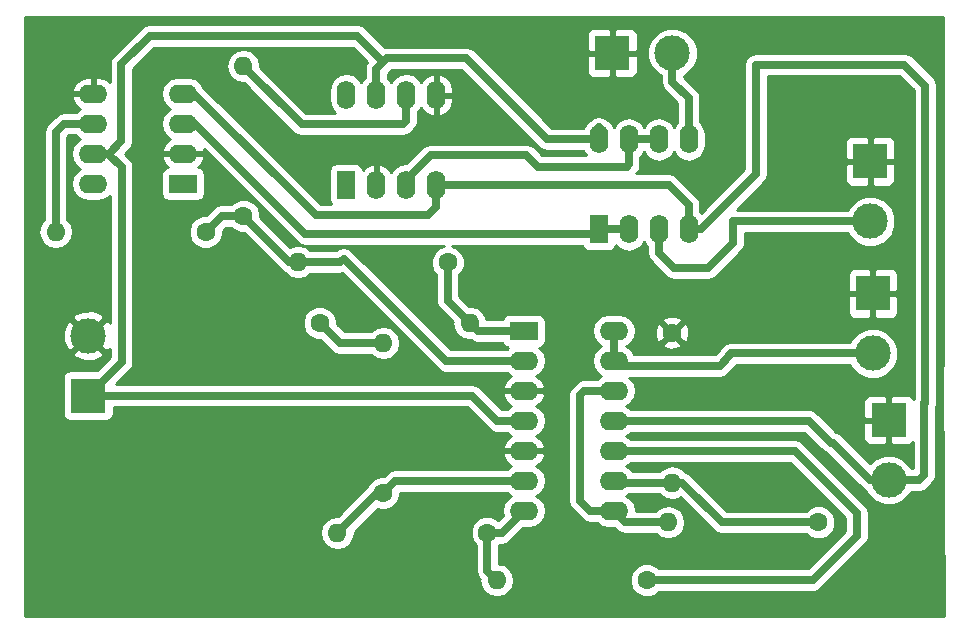
<source format=gbr>
G04 #@! TF.FileFunction,Copper,L2,Bot,Signal*
%FSLAX46Y46*%
G04 Gerber Fmt 4.6, Leading zero omitted, Abs format (unit mm)*
G04 Created by KiCad (PCBNEW 4.0.6) date 05/24/17 16:15:07*
%MOMM*%
%LPD*%
G01*
G04 APERTURE LIST*
%ADD10C,0.100000*%
%ADD11R,3.000000X3.000000*%
%ADD12C,3.000000*%
%ADD13C,1.600000*%
%ADD14O,1.600000X1.600000*%
%ADD15R,1.600000X2.400000*%
%ADD16O,1.600000X2.400000*%
%ADD17R,2.400000X1.600000*%
%ADD18O,2.400000X1.600000*%
%ADD19C,0.700000*%
%ADD20C,0.254000*%
G04 APERTURE END LIST*
D10*
D11*
X162560000Y-86334600D03*
D12*
X162560000Y-91414600D03*
D11*
X96342200Y-106172000D03*
D12*
X96342200Y-101092000D03*
D11*
X164122100Y-108242100D03*
D12*
X164122100Y-113322100D03*
D11*
X140728700Y-77165200D03*
D12*
X145808700Y-77165200D03*
D11*
X162775900Y-97523300D03*
D12*
X162775900Y-102603300D03*
D13*
X106286300Y-92316300D03*
D14*
X93586300Y-92316300D03*
D13*
X109474000Y-90970100D03*
D14*
X109474000Y-78270100D03*
D13*
X126796800Y-94869000D03*
D14*
X114096800Y-94869000D03*
D13*
X115951000Y-100025200D03*
D14*
X128651000Y-100025200D03*
D13*
X121310400Y-114414300D03*
D14*
X121310400Y-101714300D03*
D13*
X130149600Y-117792500D03*
D14*
X117449600Y-117792500D03*
D13*
X143637000Y-121793000D03*
D14*
X130937000Y-121793000D03*
D13*
X145796000Y-100838000D03*
D14*
X145796000Y-113538000D03*
D13*
X158153100Y-116903500D03*
D14*
X145453100Y-116903500D03*
D15*
X139573000Y-92100400D03*
D16*
X147193000Y-84480400D03*
X142113000Y-92100400D03*
X144653000Y-84480400D03*
X144653000Y-92100400D03*
X142113000Y-84480400D03*
X147193000Y-92100400D03*
X139573000Y-84480400D03*
D17*
X104381300Y-88239600D03*
D18*
X96761300Y-80619600D03*
X104381300Y-85699600D03*
X96761300Y-83159600D03*
X104381300Y-83159600D03*
X96761300Y-85699600D03*
X104381300Y-80619600D03*
X96761300Y-88239600D03*
D15*
X118186200Y-88341200D03*
D16*
X125806200Y-80721200D03*
X120726200Y-88341200D03*
X123266200Y-80721200D03*
X123266200Y-88341200D03*
X120726200Y-80721200D03*
X125806200Y-88341200D03*
X118186200Y-80721200D03*
D17*
X133223000Y-100698300D03*
D18*
X140843000Y-115938300D03*
X133223000Y-103238300D03*
X140843000Y-113398300D03*
X133223000Y-105778300D03*
X140843000Y-110858300D03*
X133223000Y-108318300D03*
X140843000Y-108318300D03*
X133223000Y-110858300D03*
X140843000Y-105778300D03*
X133223000Y-113398300D03*
X140843000Y-103238300D03*
X133223000Y-115938300D03*
X140843000Y-100698300D03*
D19*
X144653000Y-92100400D02*
X144653000Y-94094300D01*
X150952200Y-93268800D02*
X150952200Y-91414600D01*
X148818600Y-95402400D02*
X150952200Y-93268800D01*
X145961100Y-95402400D02*
X148818600Y-95402400D01*
X144653000Y-94094300D02*
X145961100Y-95402400D01*
X162560000Y-91414600D02*
X150952200Y-91414600D01*
X96761300Y-85699600D02*
X98082100Y-85699600D01*
X119138700Y-75717400D02*
X121342150Y-77920850D01*
X101536500Y-75717400D02*
X119138700Y-75717400D01*
X99136200Y-78117700D02*
X101536500Y-75717400D01*
X99136200Y-84645500D02*
X99136200Y-78117700D01*
X98082100Y-85699600D02*
X99136200Y-84645500D01*
X139573000Y-84480400D02*
X135216900Y-84480400D01*
X135216900Y-84480400D02*
X128358900Y-77622400D01*
X128358900Y-77622400D02*
X121640600Y-77622400D01*
X121640600Y-77622400D02*
X121342150Y-77920850D01*
X120726200Y-78536800D02*
X120726200Y-80721200D01*
X121342150Y-77920850D02*
X120726200Y-78536800D01*
X96761300Y-85699600D02*
X98056700Y-85699600D01*
X99187000Y-103327200D02*
X96342200Y-106172000D01*
X99187000Y-86829900D02*
X99187000Y-103327200D01*
X98056700Y-85699600D02*
X99187000Y-86829900D01*
X139573000Y-84480400D02*
X139573000Y-83464400D01*
X96342200Y-106172000D02*
X128803400Y-106172000D01*
X130949700Y-108318300D02*
X133223000Y-108318300D01*
X128803400Y-106172000D02*
X130949700Y-108318300D01*
X132956300Y-108585000D02*
X133223000Y-108318300D01*
X133007100Y-108102400D02*
X133223000Y-108318300D01*
X164122100Y-113322100D02*
X162560000Y-113322100D01*
X147193000Y-92100400D02*
X147193000Y-90030300D01*
X145503900Y-88341200D02*
X125806200Y-88341200D01*
X147193000Y-90030300D02*
X145503900Y-88341200D01*
X104381300Y-80619600D02*
X105321100Y-80619600D01*
X105321100Y-80619600D02*
X115620800Y-90919300D01*
X125806200Y-90220800D02*
X125806200Y-88341200D01*
X125107700Y-90919300D02*
X125806200Y-90220800D01*
X115620800Y-90919300D02*
X125107700Y-90919300D01*
X147193000Y-92100400D02*
X148196300Y-92100400D01*
X151841200Y-88455500D02*
X152895300Y-87401400D01*
X164122100Y-113322100D02*
X166712900Y-113322100D01*
X167132000Y-106807000D02*
X167220900Y-106807000D01*
X167132000Y-112903000D02*
X167132000Y-106807000D01*
X166712900Y-113322100D02*
X167132000Y-112903000D01*
X167220900Y-106807000D02*
X167220900Y-79921100D01*
X167220900Y-79921100D02*
X165442900Y-78143100D01*
X165442900Y-78143100D02*
X152895300Y-78143100D01*
X152895300Y-87401400D02*
X152895300Y-78143100D01*
X148196300Y-92100400D02*
X151841200Y-88455500D01*
X162560000Y-113322100D02*
X159397700Y-110159800D01*
X159397700Y-110159800D02*
X159232600Y-110159800D01*
X157391100Y-108318300D02*
X140843000Y-108318300D01*
X159232600Y-110159800D02*
X157391100Y-108318300D01*
X147193000Y-80962500D02*
X147193000Y-84480400D01*
X145808700Y-79578200D02*
X147193000Y-80962500D01*
X145808700Y-77165200D02*
X145808700Y-79578200D01*
X162775900Y-102603300D02*
X150761700Y-102603300D01*
X150596600Y-102768400D02*
X150596600Y-102857300D01*
X150761700Y-102603300D02*
X150596600Y-102768400D01*
X149796500Y-103657400D02*
X141262100Y-103657400D01*
X150596600Y-102857300D02*
X149796500Y-103657400D01*
X141262100Y-103657400D02*
X140843000Y-103238300D01*
X140843000Y-103238300D02*
X140843000Y-100698300D01*
X109474000Y-90970100D02*
X107632500Y-90970100D01*
X107632500Y-90970100D02*
X106286300Y-92316300D01*
X114096800Y-94869000D02*
X113372900Y-94869000D01*
X113372900Y-94869000D02*
X109474000Y-90970100D01*
X114096800Y-94869000D02*
X117690900Y-94869000D01*
X117690900Y-94869000D02*
X117976650Y-94583250D01*
X133223000Y-103238300D02*
X126631700Y-103238300D01*
X126631700Y-103238300D02*
X117976650Y-94583250D01*
X93586300Y-92316300D02*
X93586300Y-83883500D01*
X94310200Y-83159600D02*
X96761300Y-83159600D01*
X93586300Y-83883500D02*
X94310200Y-83159600D01*
X123266200Y-80721200D02*
X123266200Y-82931000D01*
X114414300Y-83210400D02*
X109474000Y-78270100D01*
X122986800Y-83210400D02*
X114414300Y-83210400D01*
X123266200Y-82931000D02*
X122986800Y-83210400D01*
X126796800Y-94869000D02*
X126796800Y-98171000D01*
X126796800Y-98171000D02*
X128651000Y-100025200D01*
X133223000Y-100698300D02*
X129324100Y-100698300D01*
X129324100Y-100698300D02*
X128651000Y-100025200D01*
X121310400Y-101714300D02*
X117640100Y-101714300D01*
X117640100Y-101714300D02*
X115951000Y-100025200D01*
X133223000Y-113398300D02*
X122326400Y-113398300D01*
X122326400Y-113398300D02*
X121310400Y-114414300D01*
X121310400Y-114414300D02*
X120827800Y-114414300D01*
X120827800Y-114414300D02*
X117449600Y-117792500D01*
X130149600Y-117792500D02*
X130149600Y-121005600D01*
X130149600Y-121005600D02*
X130937000Y-121793000D01*
X130149600Y-117792500D02*
X131368800Y-117792500D01*
X131368800Y-117792500D02*
X133223000Y-115938300D01*
X140843000Y-110858300D02*
X156184600Y-110858300D01*
X157721300Y-121793000D02*
X143637000Y-121793000D01*
X161442400Y-118071900D02*
X157721300Y-121793000D01*
X161442400Y-116116100D02*
X161442400Y-118071900D01*
X156184600Y-110858300D02*
X161442400Y-116116100D01*
X145796000Y-113538000D02*
X146621500Y-113538000D01*
X149987000Y-116903500D02*
X158153100Y-116903500D01*
X146621500Y-113538000D02*
X149987000Y-116903500D01*
X145796000Y-113538000D02*
X140982700Y-113538000D01*
X140982700Y-113538000D02*
X140843000Y-113398300D01*
X140843000Y-105778300D02*
X138303000Y-105778300D01*
X138849100Y-115938300D02*
X140843000Y-115938300D01*
X137972800Y-115062000D02*
X138849100Y-115938300D01*
X137972800Y-106108500D02*
X137972800Y-115062000D01*
X138303000Y-105778300D02*
X137972800Y-106108500D01*
X145453100Y-116903500D02*
X141808200Y-116903500D01*
X141808200Y-116903500D02*
X140843000Y-115938300D01*
X104381300Y-83159600D02*
X105397300Y-83159600D01*
X105397300Y-83159600D02*
X114719100Y-92481400D01*
X114719100Y-92481400D02*
X139192000Y-92481400D01*
X139192000Y-92481400D02*
X139573000Y-92100400D01*
X139573000Y-92100400D02*
X142113000Y-92100400D01*
X123266200Y-88341200D02*
X123266200Y-87896700D01*
X123266200Y-87896700D02*
X125336300Y-85826600D01*
X125336300Y-85826600D02*
X133438900Y-85826600D01*
X133438900Y-85826600D02*
X134391400Y-86779100D01*
X134391400Y-86779100D02*
X141935200Y-86779100D01*
X141935200Y-86779100D02*
X142113000Y-86601300D01*
X142113000Y-86601300D02*
X142113000Y-84480400D01*
X142113000Y-84480400D02*
X142113000Y-85547200D01*
X144653000Y-84480400D02*
X142113000Y-84480400D01*
D20*
G36*
X168681400Y-103608970D02*
X168613286Y-103790607D01*
X168605204Y-103836267D01*
X168781927Y-124866358D01*
X90957463Y-124841041D01*
X90960972Y-117792500D01*
X115986487Y-117792500D01*
X116095720Y-118341651D01*
X116406789Y-118807198D01*
X116872336Y-119118267D01*
X117421487Y-119227500D01*
X117477713Y-119227500D01*
X118026864Y-119118267D01*
X118492411Y-118807198D01*
X118803480Y-118341651D01*
X118912713Y-117792500D01*
X118901080Y-117734020D01*
X120855780Y-115779320D01*
X121023709Y-115849050D01*
X121594587Y-115849548D01*
X122122200Y-115631543D01*
X122526224Y-115228223D01*
X122745150Y-114700991D01*
X122745427Y-114383300D01*
X131752508Y-114383300D01*
X131772352Y-114412998D01*
X132154438Y-114668300D01*
X131772352Y-114923602D01*
X131461283Y-115389149D01*
X131352050Y-115938300D01*
X131431347Y-116336953D01*
X131077474Y-116690826D01*
X130963523Y-116576676D01*
X130436291Y-116357750D01*
X129865413Y-116357252D01*
X129337800Y-116575257D01*
X128933776Y-116978577D01*
X128714850Y-117505809D01*
X128714352Y-118076687D01*
X128932357Y-118604300D01*
X129164600Y-118836948D01*
X129164600Y-121005600D01*
X129239579Y-121382543D01*
X129453100Y-121702100D01*
X129485520Y-121734520D01*
X129473887Y-121793000D01*
X129583120Y-122342151D01*
X129894189Y-122807698D01*
X130359736Y-123118767D01*
X130908887Y-123228000D01*
X130965113Y-123228000D01*
X131514264Y-123118767D01*
X131979811Y-122807698D01*
X132290880Y-122342151D01*
X132400113Y-121793000D01*
X132290880Y-121243849D01*
X131979811Y-120778302D01*
X131514264Y-120467233D01*
X131134600Y-120391713D01*
X131134600Y-118836845D01*
X131194048Y-118777500D01*
X131368800Y-118777500D01*
X131745743Y-118702521D01*
X132065300Y-118489000D01*
X133181000Y-117373300D01*
X133658950Y-117373300D01*
X134208101Y-117264067D01*
X134673648Y-116952998D01*
X134984717Y-116487451D01*
X135093950Y-115938300D01*
X134984717Y-115389149D01*
X134673648Y-114923602D01*
X134291562Y-114668300D01*
X134673648Y-114412998D01*
X134984717Y-113947451D01*
X135093950Y-113398300D01*
X134984717Y-112849149D01*
X134673648Y-112383602D01*
X134295293Y-112130793D01*
X134727500Y-111783196D01*
X134997367Y-111290119D01*
X135014904Y-111207339D01*
X134892915Y-110985300D01*
X133350000Y-110985300D01*
X133350000Y-111005300D01*
X133096000Y-111005300D01*
X133096000Y-110985300D01*
X131553085Y-110985300D01*
X131431096Y-111207339D01*
X131448633Y-111290119D01*
X131718500Y-111783196D01*
X132150707Y-112130793D01*
X131772352Y-112383602D01*
X131752508Y-112413300D01*
X122326400Y-112413300D01*
X121949457Y-112488279D01*
X121629900Y-112701800D01*
X121352363Y-112979337D01*
X121026213Y-112979052D01*
X120498600Y-113197057D01*
X120094576Y-113600377D01*
X119985117Y-113863983D01*
X117489296Y-116359804D01*
X117477713Y-116357500D01*
X117421487Y-116357500D01*
X116872336Y-116466733D01*
X116406789Y-116777802D01*
X116095720Y-117243349D01*
X115986487Y-117792500D01*
X90960972Y-117792500D01*
X90968534Y-102605970D01*
X95007835Y-102605970D01*
X95167618Y-102924739D01*
X95958387Y-103234723D01*
X96807587Y-103218497D01*
X97516782Y-102924739D01*
X97676565Y-102605970D01*
X96342200Y-101271605D01*
X95007835Y-102605970D01*
X90968534Y-102605970D01*
X90969480Y-100708187D01*
X94199477Y-100708187D01*
X94215703Y-101557387D01*
X94509461Y-102266582D01*
X94828230Y-102426365D01*
X96162595Y-101092000D01*
X94828230Y-99757635D01*
X94509461Y-99917418D01*
X94199477Y-100708187D01*
X90969480Y-100708187D01*
X90970042Y-99578030D01*
X95007835Y-99578030D01*
X96342200Y-100912395D01*
X97676565Y-99578030D01*
X97516782Y-99259261D01*
X96726013Y-98949277D01*
X95876813Y-98965503D01*
X95167618Y-99259261D01*
X95007835Y-99578030D01*
X90970042Y-99578030D01*
X90973660Y-92316300D01*
X92123187Y-92316300D01*
X92232420Y-92865451D01*
X92543489Y-93330998D01*
X93009036Y-93642067D01*
X93558187Y-93751300D01*
X93614413Y-93751300D01*
X94163564Y-93642067D01*
X94629111Y-93330998D01*
X94940180Y-92865451D01*
X95049413Y-92316300D01*
X94940180Y-91767149D01*
X94629111Y-91301602D01*
X94571300Y-91262974D01*
X94571300Y-84291500D01*
X94718200Y-84144600D01*
X95290808Y-84144600D01*
X95310652Y-84174298D01*
X95692738Y-84429600D01*
X95310652Y-84684902D01*
X94999583Y-85150449D01*
X94890350Y-85699600D01*
X94999583Y-86248751D01*
X95310652Y-86714298D01*
X95692738Y-86969600D01*
X95310652Y-87224902D01*
X94999583Y-87690449D01*
X94890350Y-88239600D01*
X94999583Y-88788751D01*
X95310652Y-89254298D01*
X95776199Y-89565367D01*
X96325350Y-89674600D01*
X97197250Y-89674600D01*
X97746401Y-89565367D01*
X98202000Y-89260945D01*
X98202000Y-99982749D01*
X98174939Y-99917418D01*
X97856170Y-99757635D01*
X96521805Y-101092000D01*
X97856170Y-102426365D01*
X98174939Y-102266582D01*
X98202000Y-102197549D01*
X98202000Y-102919200D01*
X97096640Y-104024560D01*
X94842200Y-104024560D01*
X94606883Y-104068838D01*
X94390759Y-104207910D01*
X94245769Y-104420110D01*
X94194760Y-104672000D01*
X94194760Y-107672000D01*
X94239038Y-107907317D01*
X94378110Y-108123441D01*
X94590310Y-108268431D01*
X94842200Y-108319440D01*
X97842200Y-108319440D01*
X98077517Y-108275162D01*
X98293641Y-108136090D01*
X98438631Y-107923890D01*
X98489640Y-107672000D01*
X98489640Y-107157000D01*
X128395400Y-107157000D01*
X130253200Y-109014800D01*
X130572757Y-109228321D01*
X130949700Y-109303300D01*
X131752508Y-109303300D01*
X131772352Y-109332998D01*
X132150707Y-109585807D01*
X131718500Y-109933404D01*
X131448633Y-110426481D01*
X131431096Y-110509261D01*
X131553085Y-110731300D01*
X133096000Y-110731300D01*
X133096000Y-110711300D01*
X133350000Y-110711300D01*
X133350000Y-110731300D01*
X134892915Y-110731300D01*
X135014904Y-110509261D01*
X134997367Y-110426481D01*
X134727500Y-109933404D01*
X134295293Y-109585807D01*
X134673648Y-109332998D01*
X134984717Y-108867451D01*
X135093950Y-108318300D01*
X134984717Y-107769149D01*
X134673648Y-107303602D01*
X134295293Y-107050793D01*
X134727500Y-106703196D01*
X134997367Y-106210119D01*
X135014904Y-106127339D01*
X134892915Y-105905300D01*
X133350000Y-105905300D01*
X133350000Y-105925300D01*
X133096000Y-105925300D01*
X133096000Y-105905300D01*
X131553085Y-105905300D01*
X131431096Y-106127339D01*
X131448633Y-106210119D01*
X131718500Y-106703196D01*
X132150707Y-107050793D01*
X131772352Y-107303602D01*
X131752508Y-107333300D01*
X131357700Y-107333300D01*
X129499900Y-105475500D01*
X129180343Y-105261979D01*
X128803400Y-105187000D01*
X98720200Y-105187000D01*
X99883500Y-104023700D01*
X100097021Y-103704143D01*
X100172000Y-103327200D01*
X100172000Y-100309387D01*
X114515752Y-100309387D01*
X114733757Y-100837000D01*
X115137077Y-101241024D01*
X115664309Y-101459950D01*
X115993037Y-101460237D01*
X116943600Y-102410800D01*
X117263157Y-102624321D01*
X117640100Y-102699300D01*
X120257074Y-102699300D01*
X120295702Y-102757111D01*
X120761249Y-103068180D01*
X121310400Y-103177413D01*
X121859551Y-103068180D01*
X122325098Y-102757111D01*
X122636167Y-102291564D01*
X122745400Y-101742413D01*
X122745400Y-101686187D01*
X122636167Y-101137036D01*
X122325098Y-100671489D01*
X121859551Y-100360420D01*
X121310400Y-100251187D01*
X120761249Y-100360420D01*
X120295702Y-100671489D01*
X120257074Y-100729300D01*
X118048100Y-100729300D01*
X117385963Y-100067163D01*
X117386248Y-99741013D01*
X117168243Y-99213400D01*
X116764923Y-98809376D01*
X116237691Y-98590450D01*
X115666813Y-98589952D01*
X115139200Y-98807957D01*
X114735176Y-99211277D01*
X114516250Y-99738509D01*
X114515752Y-100309387D01*
X100172000Y-100309387D01*
X100172000Y-87439600D01*
X102533860Y-87439600D01*
X102533860Y-89039600D01*
X102578138Y-89274917D01*
X102717210Y-89491041D01*
X102929410Y-89636031D01*
X103181300Y-89687040D01*
X105581300Y-89687040D01*
X105816617Y-89642762D01*
X106032741Y-89503690D01*
X106177731Y-89291490D01*
X106228740Y-89039600D01*
X106228740Y-87439600D01*
X106184462Y-87204283D01*
X106045390Y-86988159D01*
X105833190Y-86843169D01*
X105658009Y-86807694D01*
X105885800Y-86624496D01*
X106155667Y-86131419D01*
X106173204Y-86048639D01*
X106051215Y-85826600D01*
X104508300Y-85826600D01*
X104508300Y-85846600D01*
X104254300Y-85846600D01*
X104254300Y-85826600D01*
X102711385Y-85826600D01*
X102589396Y-86048639D01*
X102606933Y-86131419D01*
X102876800Y-86624496D01*
X103103482Y-86806802D01*
X102945983Y-86836438D01*
X102729859Y-86975510D01*
X102584869Y-87187710D01*
X102533860Y-87439600D01*
X100172000Y-87439600D01*
X100172000Y-86829900D01*
X100097021Y-86452957D01*
X99883500Y-86133400D01*
X99462400Y-85712300D01*
X99832701Y-85342000D01*
X100046221Y-85022443D01*
X100121200Y-84645500D01*
X100121200Y-78525700D01*
X101944500Y-76702400D01*
X118730700Y-76702400D01*
X119965172Y-77936872D01*
X119816179Y-78159857D01*
X119741200Y-78536800D01*
X119741200Y-79250708D01*
X119711502Y-79270552D01*
X119456200Y-79652638D01*
X119200898Y-79270552D01*
X118735351Y-78959483D01*
X118186200Y-78850250D01*
X117637049Y-78959483D01*
X117171502Y-79270552D01*
X116860433Y-79736099D01*
X116751200Y-80285250D01*
X116751200Y-81157150D01*
X116860433Y-81706301D01*
X117171502Y-82171848D01*
X117251648Y-82225400D01*
X114822300Y-82225400D01*
X110906696Y-78309796D01*
X110909000Y-78298213D01*
X110909000Y-78241987D01*
X110799767Y-77692836D01*
X110488698Y-77227289D01*
X110023151Y-76916220D01*
X109474000Y-76806987D01*
X108924849Y-76916220D01*
X108459302Y-77227289D01*
X108148233Y-77692836D01*
X108039000Y-78241987D01*
X108039000Y-78298213D01*
X108148233Y-78847364D01*
X108459302Y-79312911D01*
X108924849Y-79623980D01*
X109474000Y-79733213D01*
X109532480Y-79721580D01*
X113717800Y-83906900D01*
X114037357Y-84120421D01*
X114414300Y-84195400D01*
X122986800Y-84195400D01*
X123363743Y-84120421D01*
X123683300Y-83906900D01*
X123962700Y-83627500D01*
X124176221Y-83307943D01*
X124251200Y-82931000D01*
X124251200Y-82191692D01*
X124280898Y-82171848D01*
X124533707Y-81793493D01*
X124881304Y-82225700D01*
X125374381Y-82495567D01*
X125457161Y-82513104D01*
X125679200Y-82391115D01*
X125679200Y-80848200D01*
X125933200Y-80848200D01*
X125933200Y-82391115D01*
X126155239Y-82513104D01*
X126238019Y-82495567D01*
X126731096Y-82225700D01*
X127083366Y-81787683D01*
X127241200Y-81248200D01*
X127241200Y-80848200D01*
X125933200Y-80848200D01*
X125679200Y-80848200D01*
X125659200Y-80848200D01*
X125659200Y-80594200D01*
X125679200Y-80594200D01*
X125679200Y-79051285D01*
X125933200Y-79051285D01*
X125933200Y-80594200D01*
X127241200Y-80594200D01*
X127241200Y-80194200D01*
X127083366Y-79654717D01*
X126731096Y-79216700D01*
X126238019Y-78946833D01*
X126155239Y-78929296D01*
X125933200Y-79051285D01*
X125679200Y-79051285D01*
X125457161Y-78929296D01*
X125374381Y-78946833D01*
X124881304Y-79216700D01*
X124533707Y-79648907D01*
X124280898Y-79270552D01*
X123815351Y-78959483D01*
X123266200Y-78850250D01*
X122717049Y-78959483D01*
X122251502Y-79270552D01*
X121996200Y-79652638D01*
X121740898Y-79270552D01*
X121711200Y-79250708D01*
X121711200Y-78944800D01*
X122048600Y-78607400D01*
X127950900Y-78607400D01*
X134520400Y-85176900D01*
X134839957Y-85390421D01*
X135216900Y-85465400D01*
X138247213Y-85465400D01*
X138247233Y-85465501D01*
X138466796Y-85794100D01*
X134799400Y-85794100D01*
X134135400Y-85130100D01*
X133815843Y-84916579D01*
X133438900Y-84841600D01*
X125336300Y-84841600D01*
X124960508Y-84916350D01*
X124959357Y-84916579D01*
X124639799Y-85130100D01*
X123294100Y-86475800D01*
X123266200Y-86470250D01*
X122717049Y-86579483D01*
X122251502Y-86890552D01*
X121998693Y-87268907D01*
X121651096Y-86836700D01*
X121158019Y-86566833D01*
X121075239Y-86549296D01*
X120853200Y-86671285D01*
X120853200Y-88214200D01*
X120873200Y-88214200D01*
X120873200Y-88468200D01*
X120853200Y-88468200D01*
X120853200Y-88488200D01*
X120599200Y-88488200D01*
X120599200Y-88468200D01*
X120579200Y-88468200D01*
X120579200Y-88214200D01*
X120599200Y-88214200D01*
X120599200Y-86671285D01*
X120377161Y-86549296D01*
X120294381Y-86566833D01*
X119801304Y-86836700D01*
X119618998Y-87063382D01*
X119589362Y-86905883D01*
X119450290Y-86689759D01*
X119238090Y-86544769D01*
X118986200Y-86493760D01*
X117386200Y-86493760D01*
X117150883Y-86538038D01*
X116934759Y-86677110D01*
X116789769Y-86889310D01*
X116738760Y-87141200D01*
X116738760Y-89541200D01*
X116783038Y-89776517D01*
X116884569Y-89934300D01*
X116028800Y-89934300D01*
X106098853Y-80004353D01*
X105831948Y-79604902D01*
X105366401Y-79293833D01*
X104817250Y-79184600D01*
X103945350Y-79184600D01*
X103396199Y-79293833D01*
X102930652Y-79604902D01*
X102619583Y-80070449D01*
X102510350Y-80619600D01*
X102619583Y-81168751D01*
X102930652Y-81634298D01*
X103312738Y-81889600D01*
X102930652Y-82144902D01*
X102619583Y-82610449D01*
X102510350Y-83159600D01*
X102619583Y-83708751D01*
X102930652Y-84174298D01*
X103309007Y-84427107D01*
X102876800Y-84774704D01*
X102606933Y-85267781D01*
X102589396Y-85350561D01*
X102711385Y-85572600D01*
X104254300Y-85572600D01*
X104254300Y-85552600D01*
X104508300Y-85552600D01*
X104508300Y-85572600D01*
X106051215Y-85572600D01*
X106173204Y-85350561D01*
X106167275Y-85322575D01*
X114022600Y-93177900D01*
X114342157Y-93391421D01*
X114719100Y-93466400D01*
X126433599Y-93466400D01*
X125985000Y-93651757D01*
X125580976Y-94055077D01*
X125362050Y-94582309D01*
X125361552Y-95153187D01*
X125579557Y-95680800D01*
X125811800Y-95913448D01*
X125811800Y-98171000D01*
X125886779Y-98547943D01*
X126100300Y-98867500D01*
X127199520Y-99966720D01*
X127187887Y-100025200D01*
X127297120Y-100574351D01*
X127608189Y-101039898D01*
X128073736Y-101350967D01*
X128622887Y-101460200D01*
X128679113Y-101460200D01*
X128714842Y-101453093D01*
X128947157Y-101608321D01*
X129324100Y-101683300D01*
X131410370Y-101683300D01*
X131419838Y-101733617D01*
X131558910Y-101949741D01*
X131771110Y-102094731D01*
X131920074Y-102124897D01*
X131772352Y-102223602D01*
X131752508Y-102253300D01*
X127039700Y-102253300D01*
X118673155Y-93886755D01*
X118673151Y-93886749D01*
X118353593Y-93673229D01*
X117976650Y-93598250D01*
X117599707Y-93673229D01*
X117284264Y-93884000D01*
X115159455Y-93884000D01*
X115139611Y-93854302D01*
X114674064Y-93543233D01*
X114124913Y-93434000D01*
X114068687Y-93434000D01*
X113519536Y-93543233D01*
X113471937Y-93575037D01*
X110908963Y-91012063D01*
X110909248Y-90685913D01*
X110691243Y-90158300D01*
X110287923Y-89754276D01*
X109760691Y-89535350D01*
X109189813Y-89534852D01*
X108662200Y-89752857D01*
X108429552Y-89985100D01*
X107632500Y-89985100D01*
X107255557Y-90060079D01*
X106936000Y-90273600D01*
X106328263Y-90881337D01*
X106002113Y-90881052D01*
X105474500Y-91099057D01*
X105070476Y-91502377D01*
X104851550Y-92029609D01*
X104851052Y-92600487D01*
X105069057Y-93128100D01*
X105472377Y-93532124D01*
X105999609Y-93751050D01*
X106570487Y-93751548D01*
X107098100Y-93533543D01*
X107502124Y-93130223D01*
X107721050Y-92602991D01*
X107721337Y-92274263D01*
X108040500Y-91955100D01*
X108429655Y-91955100D01*
X108660077Y-92185924D01*
X109187309Y-92404850D01*
X109516037Y-92405137D01*
X112676400Y-95565500D01*
X112974439Y-95764643D01*
X113053989Y-95883698D01*
X113519536Y-96194767D01*
X114068687Y-96304000D01*
X114124913Y-96304000D01*
X114674064Y-96194767D01*
X115139611Y-95883698D01*
X115159455Y-95854000D01*
X117690900Y-95854000D01*
X117827273Y-95826873D01*
X125935200Y-103934800D01*
X126254757Y-104148321D01*
X126631700Y-104223300D01*
X131752508Y-104223300D01*
X131772352Y-104252998D01*
X132150707Y-104505807D01*
X131718500Y-104853404D01*
X131448633Y-105346481D01*
X131431096Y-105429261D01*
X131553085Y-105651300D01*
X133096000Y-105651300D01*
X133096000Y-105631300D01*
X133350000Y-105631300D01*
X133350000Y-105651300D01*
X134892915Y-105651300D01*
X135014904Y-105429261D01*
X134997367Y-105346481D01*
X134727500Y-104853404D01*
X134295293Y-104505807D01*
X134673648Y-104252998D01*
X134984717Y-103787451D01*
X135093950Y-103238300D01*
X134984717Y-102689149D01*
X134673648Y-102223602D01*
X134527650Y-102126049D01*
X134658317Y-102101462D01*
X134874441Y-101962390D01*
X135019431Y-101750190D01*
X135070440Y-101498300D01*
X135070440Y-99898300D01*
X135026162Y-99662983D01*
X134887090Y-99446859D01*
X134674890Y-99301869D01*
X134423000Y-99250860D01*
X132023000Y-99250860D01*
X131787683Y-99295138D01*
X131571559Y-99434210D01*
X131426569Y-99646410D01*
X131413023Y-99713300D01*
X130052072Y-99713300D01*
X130004880Y-99476049D01*
X129693811Y-99010502D01*
X129228264Y-98699433D01*
X128679113Y-98590200D01*
X128622887Y-98590200D01*
X128611304Y-98592504D01*
X127827850Y-97809050D01*
X160640900Y-97809050D01*
X160640900Y-99149609D01*
X160737573Y-99382998D01*
X160916201Y-99561627D01*
X161149590Y-99658300D01*
X162490150Y-99658300D01*
X162648900Y-99499550D01*
X162648900Y-97650300D01*
X162902900Y-97650300D01*
X162902900Y-99499550D01*
X163061650Y-99658300D01*
X164402210Y-99658300D01*
X164635599Y-99561627D01*
X164814227Y-99382998D01*
X164910900Y-99149609D01*
X164910900Y-97809050D01*
X164752150Y-97650300D01*
X162902900Y-97650300D01*
X162648900Y-97650300D01*
X160799650Y-97650300D01*
X160640900Y-97809050D01*
X127827850Y-97809050D01*
X127781800Y-97763000D01*
X127781800Y-95913345D01*
X128012624Y-95682923D01*
X128231550Y-95155691D01*
X128232048Y-94584813D01*
X128014043Y-94057200D01*
X127610723Y-93653176D01*
X127160917Y-93466400D01*
X138156795Y-93466400D01*
X138169838Y-93535717D01*
X138308910Y-93751841D01*
X138521110Y-93896831D01*
X138773000Y-93947840D01*
X140373000Y-93947840D01*
X140608317Y-93903562D01*
X140824441Y-93764490D01*
X140969431Y-93552290D01*
X140999597Y-93403326D01*
X141098302Y-93551048D01*
X141563849Y-93862117D01*
X142113000Y-93971350D01*
X142662151Y-93862117D01*
X143127698Y-93551048D01*
X143383000Y-93168962D01*
X143638302Y-93551048D01*
X143668000Y-93570892D01*
X143668000Y-94094300D01*
X143742979Y-94471243D01*
X143956500Y-94790800D01*
X145264600Y-96098900D01*
X145584157Y-96312421D01*
X145961100Y-96387400D01*
X148818600Y-96387400D01*
X149195543Y-96312421D01*
X149515100Y-96098900D01*
X149717009Y-95896991D01*
X160640900Y-95896991D01*
X160640900Y-97237550D01*
X160799650Y-97396300D01*
X162648900Y-97396300D01*
X162648900Y-95547050D01*
X162902900Y-95547050D01*
X162902900Y-97396300D01*
X164752150Y-97396300D01*
X164910900Y-97237550D01*
X164910900Y-95896991D01*
X164814227Y-95663602D01*
X164635599Y-95484973D01*
X164402210Y-95388300D01*
X163061650Y-95388300D01*
X162902900Y-95547050D01*
X162648900Y-95547050D01*
X162490150Y-95388300D01*
X161149590Y-95388300D01*
X160916201Y-95484973D01*
X160737573Y-95663602D01*
X160640900Y-95896991D01*
X149717009Y-95896991D01*
X151648700Y-93965300D01*
X151862221Y-93645743D01*
X151937200Y-93268800D01*
X151937200Y-92399600D01*
X160656921Y-92399600D01*
X160748980Y-92622400D01*
X161349041Y-93223509D01*
X162133459Y-93549228D01*
X162982815Y-93549970D01*
X163767800Y-93225620D01*
X164368909Y-92625559D01*
X164694628Y-91841141D01*
X164695370Y-90991785D01*
X164371020Y-90206800D01*
X163770959Y-89605691D01*
X162986541Y-89279972D01*
X162137185Y-89279230D01*
X161352200Y-89603580D01*
X160751091Y-90203641D01*
X160657265Y-90429600D01*
X151260100Y-90429600D01*
X152537700Y-89152000D01*
X153591801Y-88097900D01*
X153805321Y-87778343D01*
X153880300Y-87401400D01*
X153880300Y-86620350D01*
X160425000Y-86620350D01*
X160425000Y-87960909D01*
X160521673Y-88194298D01*
X160700301Y-88372927D01*
X160933690Y-88469600D01*
X162274250Y-88469600D01*
X162433000Y-88310850D01*
X162433000Y-86461600D01*
X162687000Y-86461600D01*
X162687000Y-88310850D01*
X162845750Y-88469600D01*
X164186310Y-88469600D01*
X164419699Y-88372927D01*
X164598327Y-88194298D01*
X164695000Y-87960909D01*
X164695000Y-86620350D01*
X164536250Y-86461600D01*
X162687000Y-86461600D01*
X162433000Y-86461600D01*
X160583750Y-86461600D01*
X160425000Y-86620350D01*
X153880300Y-86620350D01*
X153880300Y-84708291D01*
X160425000Y-84708291D01*
X160425000Y-86048850D01*
X160583750Y-86207600D01*
X162433000Y-86207600D01*
X162433000Y-84358350D01*
X162687000Y-84358350D01*
X162687000Y-86207600D01*
X164536250Y-86207600D01*
X164695000Y-86048850D01*
X164695000Y-84708291D01*
X164598327Y-84474902D01*
X164419699Y-84296273D01*
X164186310Y-84199600D01*
X162845750Y-84199600D01*
X162687000Y-84358350D01*
X162433000Y-84358350D01*
X162274250Y-84199600D01*
X160933690Y-84199600D01*
X160700301Y-84296273D01*
X160521673Y-84474902D01*
X160425000Y-84708291D01*
X153880300Y-84708291D01*
X153880300Y-79128100D01*
X165034900Y-79128100D01*
X166235900Y-80329100D01*
X166235900Y-106409223D01*
X166221979Y-106430057D01*
X166208414Y-106498253D01*
X166160427Y-106382402D01*
X165981799Y-106203773D01*
X165748410Y-106107100D01*
X164407850Y-106107100D01*
X164249100Y-106265850D01*
X164249100Y-108115100D01*
X164269100Y-108115100D01*
X164269100Y-108369100D01*
X164249100Y-108369100D01*
X164249100Y-110218350D01*
X164407850Y-110377100D01*
X165748410Y-110377100D01*
X165981799Y-110280427D01*
X166147000Y-110115225D01*
X166147000Y-112337100D01*
X166025179Y-112337100D01*
X165933120Y-112114300D01*
X165333059Y-111513191D01*
X164548641Y-111187472D01*
X163699285Y-111186730D01*
X162914300Y-111511080D01*
X162527803Y-111896903D01*
X160094200Y-109463300D01*
X159774643Y-109249779D01*
X159700913Y-109235113D01*
X158993650Y-108527850D01*
X161987100Y-108527850D01*
X161987100Y-109868409D01*
X162083773Y-110101798D01*
X162262401Y-110280427D01*
X162495790Y-110377100D01*
X163836350Y-110377100D01*
X163995100Y-110218350D01*
X163995100Y-108369100D01*
X162145850Y-108369100D01*
X161987100Y-108527850D01*
X158993650Y-108527850D01*
X158087600Y-107621800D01*
X157768043Y-107408279D01*
X157391100Y-107333300D01*
X142313492Y-107333300D01*
X142293648Y-107303602D01*
X141911562Y-107048300D01*
X142293648Y-106792998D01*
X142412054Y-106615791D01*
X161987100Y-106615791D01*
X161987100Y-107956350D01*
X162145850Y-108115100D01*
X163995100Y-108115100D01*
X163995100Y-106265850D01*
X163836350Y-106107100D01*
X162495790Y-106107100D01*
X162262401Y-106203773D01*
X162083773Y-106382402D01*
X161987100Y-106615791D01*
X142412054Y-106615791D01*
X142604717Y-106327451D01*
X142713950Y-105778300D01*
X142604717Y-105229149D01*
X142293648Y-104763602D01*
X142112257Y-104642400D01*
X149796500Y-104642400D01*
X150173443Y-104567421D01*
X150493000Y-104353900D01*
X151258600Y-103588300D01*
X160872821Y-103588300D01*
X160964880Y-103811100D01*
X161564941Y-104412209D01*
X162349359Y-104737928D01*
X163198715Y-104738670D01*
X163983700Y-104414320D01*
X164584809Y-103814259D01*
X164910528Y-103029841D01*
X164911270Y-102180485D01*
X164586920Y-101395500D01*
X163986859Y-100794391D01*
X163202441Y-100468672D01*
X162353085Y-100467930D01*
X161568100Y-100792280D01*
X160966991Y-101392341D01*
X160873165Y-101618300D01*
X150761700Y-101618300D01*
X150384757Y-101693279D01*
X150065200Y-101906800D01*
X149900100Y-102071900D01*
X149721085Y-102339815D01*
X149388500Y-102672400D01*
X142593526Y-102672400D01*
X142293648Y-102223602D01*
X141911562Y-101968300D01*
X142094978Y-101845745D01*
X144967861Y-101845745D01*
X145041995Y-102091864D01*
X145579223Y-102284965D01*
X146149454Y-102257778D01*
X146550005Y-102091864D01*
X146624139Y-101845745D01*
X145796000Y-101017605D01*
X144967861Y-101845745D01*
X142094978Y-101845745D01*
X142293648Y-101712998D01*
X142604717Y-101247451D01*
X142713950Y-100698300D01*
X142698619Y-100621223D01*
X144349035Y-100621223D01*
X144376222Y-101191454D01*
X144542136Y-101592005D01*
X144788255Y-101666139D01*
X145616395Y-100838000D01*
X145975605Y-100838000D01*
X146803745Y-101666139D01*
X147049864Y-101592005D01*
X147242965Y-101054777D01*
X147215778Y-100484546D01*
X147049864Y-100083995D01*
X146803745Y-100009861D01*
X145975605Y-100838000D01*
X145616395Y-100838000D01*
X144788255Y-100009861D01*
X144542136Y-100083995D01*
X144349035Y-100621223D01*
X142698619Y-100621223D01*
X142604717Y-100149149D01*
X142391639Y-99830255D01*
X144967861Y-99830255D01*
X145796000Y-100658395D01*
X146624139Y-99830255D01*
X146550005Y-99584136D01*
X146012777Y-99391035D01*
X145442546Y-99418222D01*
X145041995Y-99584136D01*
X144967861Y-99830255D01*
X142391639Y-99830255D01*
X142293648Y-99683602D01*
X141828101Y-99372533D01*
X141278950Y-99263300D01*
X140407050Y-99263300D01*
X139857899Y-99372533D01*
X139392352Y-99683602D01*
X139081283Y-100149149D01*
X138972050Y-100698300D01*
X139081283Y-101247451D01*
X139392352Y-101712998D01*
X139774438Y-101968300D01*
X139392352Y-102223602D01*
X139081283Y-102689149D01*
X138972050Y-103238300D01*
X139081283Y-103787451D01*
X139392352Y-104252998D01*
X139774438Y-104508300D01*
X139392352Y-104763602D01*
X139372508Y-104793300D01*
X138303000Y-104793300D01*
X137926057Y-104868279D01*
X137606500Y-105081800D01*
X137276300Y-105412000D01*
X137062779Y-105731557D01*
X136987800Y-106108500D01*
X136987800Y-115062000D01*
X137062779Y-115438943D01*
X137276300Y-115758500D01*
X138152600Y-116634800D01*
X138472157Y-116848321D01*
X138849100Y-116923300D01*
X139372508Y-116923300D01*
X139392352Y-116952998D01*
X139857899Y-117264067D01*
X140407050Y-117373300D01*
X140885000Y-117373300D01*
X141111700Y-117600000D01*
X141431257Y-117813521D01*
X141808200Y-117888500D01*
X144390445Y-117888500D01*
X144410289Y-117918198D01*
X144875836Y-118229267D01*
X145424987Y-118338500D01*
X145481213Y-118338500D01*
X146030364Y-118229267D01*
X146495911Y-117918198D01*
X146806980Y-117452651D01*
X146916213Y-116903500D01*
X146806980Y-116354349D01*
X146495911Y-115888802D01*
X146030364Y-115577733D01*
X145481213Y-115468500D01*
X145424987Y-115468500D01*
X144875836Y-115577733D01*
X144410289Y-115888802D01*
X144390445Y-115918500D01*
X142710012Y-115918500D01*
X142604717Y-115389149D01*
X142293648Y-114923602D01*
X141911562Y-114668300D01*
X142129019Y-114523000D01*
X144742674Y-114523000D01*
X144781302Y-114580811D01*
X145246849Y-114891880D01*
X145796000Y-115001113D01*
X146345151Y-114891880D01*
X146487359Y-114796859D01*
X149290500Y-117600000D01*
X149610057Y-117813521D01*
X149987000Y-117888500D01*
X157108755Y-117888500D01*
X157339177Y-118119324D01*
X157866409Y-118338250D01*
X158437287Y-118338748D01*
X158964900Y-118120743D01*
X159368924Y-117717423D01*
X159587850Y-117190191D01*
X159588348Y-116619313D01*
X159370343Y-116091700D01*
X158967023Y-115687676D01*
X158439791Y-115468750D01*
X157868913Y-115468252D01*
X157341300Y-115686257D01*
X157108652Y-115918500D01*
X150395000Y-115918500D01*
X147318000Y-112841500D01*
X146998443Y-112627979D01*
X146884248Y-112605264D01*
X146810698Y-112495189D01*
X146345151Y-112184120D01*
X145796000Y-112074887D01*
X145246849Y-112184120D01*
X144781302Y-112495189D01*
X144742674Y-112553000D01*
X142406836Y-112553000D01*
X142293648Y-112383602D01*
X141911562Y-112128300D01*
X142293648Y-111872998D01*
X142313492Y-111843300D01*
X155776600Y-111843300D01*
X160457400Y-116524100D01*
X160457400Y-117663900D01*
X157313300Y-120808000D01*
X144681345Y-120808000D01*
X144450923Y-120577176D01*
X143923691Y-120358250D01*
X143352813Y-120357752D01*
X142825200Y-120575757D01*
X142421176Y-120979077D01*
X142202250Y-121506309D01*
X142201752Y-122077187D01*
X142419757Y-122604800D01*
X142823077Y-123008824D01*
X143350309Y-123227750D01*
X143921187Y-123228248D01*
X144448800Y-123010243D01*
X144681448Y-122778000D01*
X157721300Y-122778000D01*
X158098243Y-122703021D01*
X158417800Y-122489500D01*
X162138900Y-118768400D01*
X162352421Y-118448843D01*
X162427400Y-118071900D01*
X162427400Y-116116100D01*
X162352421Y-115739157D01*
X162138900Y-115419600D01*
X156881100Y-110161800D01*
X156561543Y-109948279D01*
X156184600Y-109873300D01*
X142313492Y-109873300D01*
X142293648Y-109843602D01*
X141911562Y-109588300D01*
X142293648Y-109332998D01*
X142313492Y-109303300D01*
X156983100Y-109303300D01*
X158536100Y-110856300D01*
X158855657Y-111069821D01*
X158929387Y-111084487D01*
X161863500Y-114018600D01*
X162183057Y-114232121D01*
X162188486Y-114233201D01*
X162311080Y-114529900D01*
X162911141Y-115131009D01*
X163695559Y-115456728D01*
X164544915Y-115457470D01*
X165329900Y-115133120D01*
X165931009Y-114533059D01*
X166024835Y-114307100D01*
X166712900Y-114307100D01*
X167089843Y-114232121D01*
X167409400Y-114018600D01*
X167828500Y-113599500D01*
X168042021Y-113279943D01*
X168117000Y-112903000D01*
X168117000Y-107204777D01*
X168130921Y-107183943D01*
X168205900Y-106807000D01*
X168205900Y-79921100D01*
X168130921Y-79544157D01*
X167917400Y-79224600D01*
X166139400Y-77446600D01*
X165819843Y-77233079D01*
X165442900Y-77158100D01*
X152895300Y-77158100D01*
X152518357Y-77233079D01*
X152198800Y-77446600D01*
X151985279Y-77766157D01*
X151910300Y-78143100D01*
X151910300Y-86993399D01*
X151144700Y-87759000D01*
X148226223Y-90677477D01*
X148207698Y-90649752D01*
X148178000Y-90629908D01*
X148178000Y-90030300D01*
X148103021Y-89653357D01*
X147889500Y-89333800D01*
X146200400Y-87644700D01*
X145880843Y-87431179D01*
X145503900Y-87356200D01*
X142751100Y-87356200D01*
X142809500Y-87297800D01*
X143023021Y-86978243D01*
X143098000Y-86601300D01*
X143098000Y-85950892D01*
X143127698Y-85931048D01*
X143383000Y-85548962D01*
X143638302Y-85931048D01*
X144103849Y-86242117D01*
X144653000Y-86351350D01*
X145202151Y-86242117D01*
X145667698Y-85931048D01*
X145923000Y-85548962D01*
X146178302Y-85931048D01*
X146643849Y-86242117D01*
X147193000Y-86351350D01*
X147742151Y-86242117D01*
X148207698Y-85931048D01*
X148518767Y-85465501D01*
X148628000Y-84916350D01*
X148628000Y-84044450D01*
X148518767Y-83495299D01*
X148207698Y-83029752D01*
X148178000Y-83009908D01*
X148178000Y-80962500D01*
X148103021Y-80585557D01*
X147889500Y-80266000D01*
X146793700Y-79170200D01*
X146793700Y-79068279D01*
X147016500Y-78976220D01*
X147617609Y-78376159D01*
X147943328Y-77591741D01*
X147944070Y-76742385D01*
X147619720Y-75957400D01*
X147019659Y-75356291D01*
X146235241Y-75030572D01*
X145385885Y-75029830D01*
X144600900Y-75354180D01*
X143999791Y-75954241D01*
X143674072Y-76738659D01*
X143673330Y-77588015D01*
X143997680Y-78373000D01*
X144597741Y-78974109D01*
X144823700Y-79067935D01*
X144823700Y-79578200D01*
X144898679Y-79955143D01*
X145112200Y-80274700D01*
X146208000Y-81370500D01*
X146208000Y-83009908D01*
X146178302Y-83029752D01*
X145923000Y-83411838D01*
X145667698Y-83029752D01*
X145202151Y-82718683D01*
X144653000Y-82609450D01*
X144103849Y-82718683D01*
X143638302Y-83029752D01*
X143383000Y-83411838D01*
X143127698Y-83029752D01*
X142662151Y-82718683D01*
X142113000Y-82609450D01*
X141563849Y-82718683D01*
X141098302Y-83029752D01*
X140843000Y-83411838D01*
X140587698Y-83029752D01*
X140328936Y-82856853D01*
X140269500Y-82767900D01*
X139949943Y-82554379D01*
X139573000Y-82479400D01*
X139196057Y-82554379D01*
X138876500Y-82767900D01*
X138817064Y-82856853D01*
X138558302Y-83029752D01*
X138247233Y-83495299D01*
X138247213Y-83495400D01*
X135624900Y-83495400D01*
X129580450Y-77450950D01*
X138593700Y-77450950D01*
X138593700Y-78791510D01*
X138690373Y-79024899D01*
X138869002Y-79203527D01*
X139102391Y-79300200D01*
X140442950Y-79300200D01*
X140601700Y-79141450D01*
X140601700Y-77292200D01*
X140855700Y-77292200D01*
X140855700Y-79141450D01*
X141014450Y-79300200D01*
X142355009Y-79300200D01*
X142588398Y-79203527D01*
X142767027Y-79024899D01*
X142863700Y-78791510D01*
X142863700Y-77450950D01*
X142704950Y-77292200D01*
X140855700Y-77292200D01*
X140601700Y-77292200D01*
X138752450Y-77292200D01*
X138593700Y-77450950D01*
X129580450Y-77450950D01*
X129055400Y-76925900D01*
X128735843Y-76712379D01*
X128358900Y-76637400D01*
X121640600Y-76637400D01*
X121483041Y-76668741D01*
X120353190Y-75538890D01*
X138593700Y-75538890D01*
X138593700Y-76879450D01*
X138752450Y-77038200D01*
X140601700Y-77038200D01*
X140601700Y-75188950D01*
X140855700Y-75188950D01*
X140855700Y-77038200D01*
X142704950Y-77038200D01*
X142863700Y-76879450D01*
X142863700Y-75538890D01*
X142767027Y-75305501D01*
X142588398Y-75126873D01*
X142355009Y-75030200D01*
X141014450Y-75030200D01*
X140855700Y-75188950D01*
X140601700Y-75188950D01*
X140442950Y-75030200D01*
X139102391Y-75030200D01*
X138869002Y-75126873D01*
X138690373Y-75305501D01*
X138593700Y-75538890D01*
X120353190Y-75538890D01*
X119835200Y-75020900D01*
X119515643Y-74807379D01*
X119138700Y-74732400D01*
X101536500Y-74732400D01*
X101159557Y-74807379D01*
X100840000Y-75020900D01*
X98439700Y-77421200D01*
X98226179Y-77740757D01*
X98151200Y-78117700D01*
X98151200Y-79602538D01*
X97827783Y-79342434D01*
X97288300Y-79184600D01*
X96888300Y-79184600D01*
X96888300Y-80492600D01*
X96908300Y-80492600D01*
X96908300Y-80746600D01*
X96888300Y-80746600D01*
X96888300Y-80766600D01*
X96634300Y-80766600D01*
X96634300Y-80746600D01*
X95091385Y-80746600D01*
X94969396Y-80968639D01*
X94986933Y-81051419D01*
X95256800Y-81544496D01*
X95689007Y-81892093D01*
X95310652Y-82144902D01*
X95290808Y-82174600D01*
X94310200Y-82174600D01*
X93933257Y-82249579D01*
X93613700Y-82463100D01*
X92889800Y-83187000D01*
X92676279Y-83506557D01*
X92601300Y-83883500D01*
X92601300Y-91262974D01*
X92543489Y-91301602D01*
X92232420Y-91767149D01*
X92123187Y-92316300D01*
X90973660Y-92316300D01*
X90979659Y-80270561D01*
X94969396Y-80270561D01*
X95091385Y-80492600D01*
X96634300Y-80492600D01*
X96634300Y-79184600D01*
X96234300Y-79184600D01*
X95694817Y-79342434D01*
X95256800Y-79694704D01*
X94986933Y-80187781D01*
X94969396Y-80270561D01*
X90979659Y-80270561D01*
X90982737Y-74091800D01*
X168681400Y-74091800D01*
X168681400Y-103608970D01*
X168681400Y-103608970D01*
G37*
X168681400Y-103608970D02*
X168613286Y-103790607D01*
X168605204Y-103836267D01*
X168781927Y-124866358D01*
X90957463Y-124841041D01*
X90960972Y-117792500D01*
X115986487Y-117792500D01*
X116095720Y-118341651D01*
X116406789Y-118807198D01*
X116872336Y-119118267D01*
X117421487Y-119227500D01*
X117477713Y-119227500D01*
X118026864Y-119118267D01*
X118492411Y-118807198D01*
X118803480Y-118341651D01*
X118912713Y-117792500D01*
X118901080Y-117734020D01*
X120855780Y-115779320D01*
X121023709Y-115849050D01*
X121594587Y-115849548D01*
X122122200Y-115631543D01*
X122526224Y-115228223D01*
X122745150Y-114700991D01*
X122745427Y-114383300D01*
X131752508Y-114383300D01*
X131772352Y-114412998D01*
X132154438Y-114668300D01*
X131772352Y-114923602D01*
X131461283Y-115389149D01*
X131352050Y-115938300D01*
X131431347Y-116336953D01*
X131077474Y-116690826D01*
X130963523Y-116576676D01*
X130436291Y-116357750D01*
X129865413Y-116357252D01*
X129337800Y-116575257D01*
X128933776Y-116978577D01*
X128714850Y-117505809D01*
X128714352Y-118076687D01*
X128932357Y-118604300D01*
X129164600Y-118836948D01*
X129164600Y-121005600D01*
X129239579Y-121382543D01*
X129453100Y-121702100D01*
X129485520Y-121734520D01*
X129473887Y-121793000D01*
X129583120Y-122342151D01*
X129894189Y-122807698D01*
X130359736Y-123118767D01*
X130908887Y-123228000D01*
X130965113Y-123228000D01*
X131514264Y-123118767D01*
X131979811Y-122807698D01*
X132290880Y-122342151D01*
X132400113Y-121793000D01*
X132290880Y-121243849D01*
X131979811Y-120778302D01*
X131514264Y-120467233D01*
X131134600Y-120391713D01*
X131134600Y-118836845D01*
X131194048Y-118777500D01*
X131368800Y-118777500D01*
X131745743Y-118702521D01*
X132065300Y-118489000D01*
X133181000Y-117373300D01*
X133658950Y-117373300D01*
X134208101Y-117264067D01*
X134673648Y-116952998D01*
X134984717Y-116487451D01*
X135093950Y-115938300D01*
X134984717Y-115389149D01*
X134673648Y-114923602D01*
X134291562Y-114668300D01*
X134673648Y-114412998D01*
X134984717Y-113947451D01*
X135093950Y-113398300D01*
X134984717Y-112849149D01*
X134673648Y-112383602D01*
X134295293Y-112130793D01*
X134727500Y-111783196D01*
X134997367Y-111290119D01*
X135014904Y-111207339D01*
X134892915Y-110985300D01*
X133350000Y-110985300D01*
X133350000Y-111005300D01*
X133096000Y-111005300D01*
X133096000Y-110985300D01*
X131553085Y-110985300D01*
X131431096Y-111207339D01*
X131448633Y-111290119D01*
X131718500Y-111783196D01*
X132150707Y-112130793D01*
X131772352Y-112383602D01*
X131752508Y-112413300D01*
X122326400Y-112413300D01*
X121949457Y-112488279D01*
X121629900Y-112701800D01*
X121352363Y-112979337D01*
X121026213Y-112979052D01*
X120498600Y-113197057D01*
X120094576Y-113600377D01*
X119985117Y-113863983D01*
X117489296Y-116359804D01*
X117477713Y-116357500D01*
X117421487Y-116357500D01*
X116872336Y-116466733D01*
X116406789Y-116777802D01*
X116095720Y-117243349D01*
X115986487Y-117792500D01*
X90960972Y-117792500D01*
X90968534Y-102605970D01*
X95007835Y-102605970D01*
X95167618Y-102924739D01*
X95958387Y-103234723D01*
X96807587Y-103218497D01*
X97516782Y-102924739D01*
X97676565Y-102605970D01*
X96342200Y-101271605D01*
X95007835Y-102605970D01*
X90968534Y-102605970D01*
X90969480Y-100708187D01*
X94199477Y-100708187D01*
X94215703Y-101557387D01*
X94509461Y-102266582D01*
X94828230Y-102426365D01*
X96162595Y-101092000D01*
X94828230Y-99757635D01*
X94509461Y-99917418D01*
X94199477Y-100708187D01*
X90969480Y-100708187D01*
X90970042Y-99578030D01*
X95007835Y-99578030D01*
X96342200Y-100912395D01*
X97676565Y-99578030D01*
X97516782Y-99259261D01*
X96726013Y-98949277D01*
X95876813Y-98965503D01*
X95167618Y-99259261D01*
X95007835Y-99578030D01*
X90970042Y-99578030D01*
X90973660Y-92316300D01*
X92123187Y-92316300D01*
X92232420Y-92865451D01*
X92543489Y-93330998D01*
X93009036Y-93642067D01*
X93558187Y-93751300D01*
X93614413Y-93751300D01*
X94163564Y-93642067D01*
X94629111Y-93330998D01*
X94940180Y-92865451D01*
X95049413Y-92316300D01*
X94940180Y-91767149D01*
X94629111Y-91301602D01*
X94571300Y-91262974D01*
X94571300Y-84291500D01*
X94718200Y-84144600D01*
X95290808Y-84144600D01*
X95310652Y-84174298D01*
X95692738Y-84429600D01*
X95310652Y-84684902D01*
X94999583Y-85150449D01*
X94890350Y-85699600D01*
X94999583Y-86248751D01*
X95310652Y-86714298D01*
X95692738Y-86969600D01*
X95310652Y-87224902D01*
X94999583Y-87690449D01*
X94890350Y-88239600D01*
X94999583Y-88788751D01*
X95310652Y-89254298D01*
X95776199Y-89565367D01*
X96325350Y-89674600D01*
X97197250Y-89674600D01*
X97746401Y-89565367D01*
X98202000Y-89260945D01*
X98202000Y-99982749D01*
X98174939Y-99917418D01*
X97856170Y-99757635D01*
X96521805Y-101092000D01*
X97856170Y-102426365D01*
X98174939Y-102266582D01*
X98202000Y-102197549D01*
X98202000Y-102919200D01*
X97096640Y-104024560D01*
X94842200Y-104024560D01*
X94606883Y-104068838D01*
X94390759Y-104207910D01*
X94245769Y-104420110D01*
X94194760Y-104672000D01*
X94194760Y-107672000D01*
X94239038Y-107907317D01*
X94378110Y-108123441D01*
X94590310Y-108268431D01*
X94842200Y-108319440D01*
X97842200Y-108319440D01*
X98077517Y-108275162D01*
X98293641Y-108136090D01*
X98438631Y-107923890D01*
X98489640Y-107672000D01*
X98489640Y-107157000D01*
X128395400Y-107157000D01*
X130253200Y-109014800D01*
X130572757Y-109228321D01*
X130949700Y-109303300D01*
X131752508Y-109303300D01*
X131772352Y-109332998D01*
X132150707Y-109585807D01*
X131718500Y-109933404D01*
X131448633Y-110426481D01*
X131431096Y-110509261D01*
X131553085Y-110731300D01*
X133096000Y-110731300D01*
X133096000Y-110711300D01*
X133350000Y-110711300D01*
X133350000Y-110731300D01*
X134892915Y-110731300D01*
X135014904Y-110509261D01*
X134997367Y-110426481D01*
X134727500Y-109933404D01*
X134295293Y-109585807D01*
X134673648Y-109332998D01*
X134984717Y-108867451D01*
X135093950Y-108318300D01*
X134984717Y-107769149D01*
X134673648Y-107303602D01*
X134295293Y-107050793D01*
X134727500Y-106703196D01*
X134997367Y-106210119D01*
X135014904Y-106127339D01*
X134892915Y-105905300D01*
X133350000Y-105905300D01*
X133350000Y-105925300D01*
X133096000Y-105925300D01*
X133096000Y-105905300D01*
X131553085Y-105905300D01*
X131431096Y-106127339D01*
X131448633Y-106210119D01*
X131718500Y-106703196D01*
X132150707Y-107050793D01*
X131772352Y-107303602D01*
X131752508Y-107333300D01*
X131357700Y-107333300D01*
X129499900Y-105475500D01*
X129180343Y-105261979D01*
X128803400Y-105187000D01*
X98720200Y-105187000D01*
X99883500Y-104023700D01*
X100097021Y-103704143D01*
X100172000Y-103327200D01*
X100172000Y-100309387D01*
X114515752Y-100309387D01*
X114733757Y-100837000D01*
X115137077Y-101241024D01*
X115664309Y-101459950D01*
X115993037Y-101460237D01*
X116943600Y-102410800D01*
X117263157Y-102624321D01*
X117640100Y-102699300D01*
X120257074Y-102699300D01*
X120295702Y-102757111D01*
X120761249Y-103068180D01*
X121310400Y-103177413D01*
X121859551Y-103068180D01*
X122325098Y-102757111D01*
X122636167Y-102291564D01*
X122745400Y-101742413D01*
X122745400Y-101686187D01*
X122636167Y-101137036D01*
X122325098Y-100671489D01*
X121859551Y-100360420D01*
X121310400Y-100251187D01*
X120761249Y-100360420D01*
X120295702Y-100671489D01*
X120257074Y-100729300D01*
X118048100Y-100729300D01*
X117385963Y-100067163D01*
X117386248Y-99741013D01*
X117168243Y-99213400D01*
X116764923Y-98809376D01*
X116237691Y-98590450D01*
X115666813Y-98589952D01*
X115139200Y-98807957D01*
X114735176Y-99211277D01*
X114516250Y-99738509D01*
X114515752Y-100309387D01*
X100172000Y-100309387D01*
X100172000Y-87439600D01*
X102533860Y-87439600D01*
X102533860Y-89039600D01*
X102578138Y-89274917D01*
X102717210Y-89491041D01*
X102929410Y-89636031D01*
X103181300Y-89687040D01*
X105581300Y-89687040D01*
X105816617Y-89642762D01*
X106032741Y-89503690D01*
X106177731Y-89291490D01*
X106228740Y-89039600D01*
X106228740Y-87439600D01*
X106184462Y-87204283D01*
X106045390Y-86988159D01*
X105833190Y-86843169D01*
X105658009Y-86807694D01*
X105885800Y-86624496D01*
X106155667Y-86131419D01*
X106173204Y-86048639D01*
X106051215Y-85826600D01*
X104508300Y-85826600D01*
X104508300Y-85846600D01*
X104254300Y-85846600D01*
X104254300Y-85826600D01*
X102711385Y-85826600D01*
X102589396Y-86048639D01*
X102606933Y-86131419D01*
X102876800Y-86624496D01*
X103103482Y-86806802D01*
X102945983Y-86836438D01*
X102729859Y-86975510D01*
X102584869Y-87187710D01*
X102533860Y-87439600D01*
X100172000Y-87439600D01*
X100172000Y-86829900D01*
X100097021Y-86452957D01*
X99883500Y-86133400D01*
X99462400Y-85712300D01*
X99832701Y-85342000D01*
X100046221Y-85022443D01*
X100121200Y-84645500D01*
X100121200Y-78525700D01*
X101944500Y-76702400D01*
X118730700Y-76702400D01*
X119965172Y-77936872D01*
X119816179Y-78159857D01*
X119741200Y-78536800D01*
X119741200Y-79250708D01*
X119711502Y-79270552D01*
X119456200Y-79652638D01*
X119200898Y-79270552D01*
X118735351Y-78959483D01*
X118186200Y-78850250D01*
X117637049Y-78959483D01*
X117171502Y-79270552D01*
X116860433Y-79736099D01*
X116751200Y-80285250D01*
X116751200Y-81157150D01*
X116860433Y-81706301D01*
X117171502Y-82171848D01*
X117251648Y-82225400D01*
X114822300Y-82225400D01*
X110906696Y-78309796D01*
X110909000Y-78298213D01*
X110909000Y-78241987D01*
X110799767Y-77692836D01*
X110488698Y-77227289D01*
X110023151Y-76916220D01*
X109474000Y-76806987D01*
X108924849Y-76916220D01*
X108459302Y-77227289D01*
X108148233Y-77692836D01*
X108039000Y-78241987D01*
X108039000Y-78298213D01*
X108148233Y-78847364D01*
X108459302Y-79312911D01*
X108924849Y-79623980D01*
X109474000Y-79733213D01*
X109532480Y-79721580D01*
X113717800Y-83906900D01*
X114037357Y-84120421D01*
X114414300Y-84195400D01*
X122986800Y-84195400D01*
X123363743Y-84120421D01*
X123683300Y-83906900D01*
X123962700Y-83627500D01*
X124176221Y-83307943D01*
X124251200Y-82931000D01*
X124251200Y-82191692D01*
X124280898Y-82171848D01*
X124533707Y-81793493D01*
X124881304Y-82225700D01*
X125374381Y-82495567D01*
X125457161Y-82513104D01*
X125679200Y-82391115D01*
X125679200Y-80848200D01*
X125933200Y-80848200D01*
X125933200Y-82391115D01*
X126155239Y-82513104D01*
X126238019Y-82495567D01*
X126731096Y-82225700D01*
X127083366Y-81787683D01*
X127241200Y-81248200D01*
X127241200Y-80848200D01*
X125933200Y-80848200D01*
X125679200Y-80848200D01*
X125659200Y-80848200D01*
X125659200Y-80594200D01*
X125679200Y-80594200D01*
X125679200Y-79051285D01*
X125933200Y-79051285D01*
X125933200Y-80594200D01*
X127241200Y-80594200D01*
X127241200Y-80194200D01*
X127083366Y-79654717D01*
X126731096Y-79216700D01*
X126238019Y-78946833D01*
X126155239Y-78929296D01*
X125933200Y-79051285D01*
X125679200Y-79051285D01*
X125457161Y-78929296D01*
X125374381Y-78946833D01*
X124881304Y-79216700D01*
X124533707Y-79648907D01*
X124280898Y-79270552D01*
X123815351Y-78959483D01*
X123266200Y-78850250D01*
X122717049Y-78959483D01*
X122251502Y-79270552D01*
X121996200Y-79652638D01*
X121740898Y-79270552D01*
X121711200Y-79250708D01*
X121711200Y-78944800D01*
X122048600Y-78607400D01*
X127950900Y-78607400D01*
X134520400Y-85176900D01*
X134839957Y-85390421D01*
X135216900Y-85465400D01*
X138247213Y-85465400D01*
X138247233Y-85465501D01*
X138466796Y-85794100D01*
X134799400Y-85794100D01*
X134135400Y-85130100D01*
X133815843Y-84916579D01*
X133438900Y-84841600D01*
X125336300Y-84841600D01*
X124960508Y-84916350D01*
X124959357Y-84916579D01*
X124639799Y-85130100D01*
X123294100Y-86475800D01*
X123266200Y-86470250D01*
X122717049Y-86579483D01*
X122251502Y-86890552D01*
X121998693Y-87268907D01*
X121651096Y-86836700D01*
X121158019Y-86566833D01*
X121075239Y-86549296D01*
X120853200Y-86671285D01*
X120853200Y-88214200D01*
X120873200Y-88214200D01*
X120873200Y-88468200D01*
X120853200Y-88468200D01*
X120853200Y-88488200D01*
X120599200Y-88488200D01*
X120599200Y-88468200D01*
X120579200Y-88468200D01*
X120579200Y-88214200D01*
X120599200Y-88214200D01*
X120599200Y-86671285D01*
X120377161Y-86549296D01*
X120294381Y-86566833D01*
X119801304Y-86836700D01*
X119618998Y-87063382D01*
X119589362Y-86905883D01*
X119450290Y-86689759D01*
X119238090Y-86544769D01*
X118986200Y-86493760D01*
X117386200Y-86493760D01*
X117150883Y-86538038D01*
X116934759Y-86677110D01*
X116789769Y-86889310D01*
X116738760Y-87141200D01*
X116738760Y-89541200D01*
X116783038Y-89776517D01*
X116884569Y-89934300D01*
X116028800Y-89934300D01*
X106098853Y-80004353D01*
X105831948Y-79604902D01*
X105366401Y-79293833D01*
X104817250Y-79184600D01*
X103945350Y-79184600D01*
X103396199Y-79293833D01*
X102930652Y-79604902D01*
X102619583Y-80070449D01*
X102510350Y-80619600D01*
X102619583Y-81168751D01*
X102930652Y-81634298D01*
X103312738Y-81889600D01*
X102930652Y-82144902D01*
X102619583Y-82610449D01*
X102510350Y-83159600D01*
X102619583Y-83708751D01*
X102930652Y-84174298D01*
X103309007Y-84427107D01*
X102876800Y-84774704D01*
X102606933Y-85267781D01*
X102589396Y-85350561D01*
X102711385Y-85572600D01*
X104254300Y-85572600D01*
X104254300Y-85552600D01*
X104508300Y-85552600D01*
X104508300Y-85572600D01*
X106051215Y-85572600D01*
X106173204Y-85350561D01*
X106167275Y-85322575D01*
X114022600Y-93177900D01*
X114342157Y-93391421D01*
X114719100Y-93466400D01*
X126433599Y-93466400D01*
X125985000Y-93651757D01*
X125580976Y-94055077D01*
X125362050Y-94582309D01*
X125361552Y-95153187D01*
X125579557Y-95680800D01*
X125811800Y-95913448D01*
X125811800Y-98171000D01*
X125886779Y-98547943D01*
X126100300Y-98867500D01*
X127199520Y-99966720D01*
X127187887Y-100025200D01*
X127297120Y-100574351D01*
X127608189Y-101039898D01*
X128073736Y-101350967D01*
X128622887Y-101460200D01*
X128679113Y-101460200D01*
X128714842Y-101453093D01*
X128947157Y-101608321D01*
X129324100Y-101683300D01*
X131410370Y-101683300D01*
X131419838Y-101733617D01*
X131558910Y-101949741D01*
X131771110Y-102094731D01*
X131920074Y-102124897D01*
X131772352Y-102223602D01*
X131752508Y-102253300D01*
X127039700Y-102253300D01*
X118673155Y-93886755D01*
X118673151Y-93886749D01*
X118353593Y-93673229D01*
X117976650Y-93598250D01*
X117599707Y-93673229D01*
X117284264Y-93884000D01*
X115159455Y-93884000D01*
X115139611Y-93854302D01*
X114674064Y-93543233D01*
X114124913Y-93434000D01*
X114068687Y-93434000D01*
X113519536Y-93543233D01*
X113471937Y-93575037D01*
X110908963Y-91012063D01*
X110909248Y-90685913D01*
X110691243Y-90158300D01*
X110287923Y-89754276D01*
X109760691Y-89535350D01*
X109189813Y-89534852D01*
X108662200Y-89752857D01*
X108429552Y-89985100D01*
X107632500Y-89985100D01*
X107255557Y-90060079D01*
X106936000Y-90273600D01*
X106328263Y-90881337D01*
X106002113Y-90881052D01*
X105474500Y-91099057D01*
X105070476Y-91502377D01*
X104851550Y-92029609D01*
X104851052Y-92600487D01*
X105069057Y-93128100D01*
X105472377Y-93532124D01*
X105999609Y-93751050D01*
X106570487Y-93751548D01*
X107098100Y-93533543D01*
X107502124Y-93130223D01*
X107721050Y-92602991D01*
X107721337Y-92274263D01*
X108040500Y-91955100D01*
X108429655Y-91955100D01*
X108660077Y-92185924D01*
X109187309Y-92404850D01*
X109516037Y-92405137D01*
X112676400Y-95565500D01*
X112974439Y-95764643D01*
X113053989Y-95883698D01*
X113519536Y-96194767D01*
X114068687Y-96304000D01*
X114124913Y-96304000D01*
X114674064Y-96194767D01*
X115139611Y-95883698D01*
X115159455Y-95854000D01*
X117690900Y-95854000D01*
X117827273Y-95826873D01*
X125935200Y-103934800D01*
X126254757Y-104148321D01*
X126631700Y-104223300D01*
X131752508Y-104223300D01*
X131772352Y-104252998D01*
X132150707Y-104505807D01*
X131718500Y-104853404D01*
X131448633Y-105346481D01*
X131431096Y-105429261D01*
X131553085Y-105651300D01*
X133096000Y-105651300D01*
X133096000Y-105631300D01*
X133350000Y-105631300D01*
X133350000Y-105651300D01*
X134892915Y-105651300D01*
X135014904Y-105429261D01*
X134997367Y-105346481D01*
X134727500Y-104853404D01*
X134295293Y-104505807D01*
X134673648Y-104252998D01*
X134984717Y-103787451D01*
X135093950Y-103238300D01*
X134984717Y-102689149D01*
X134673648Y-102223602D01*
X134527650Y-102126049D01*
X134658317Y-102101462D01*
X134874441Y-101962390D01*
X135019431Y-101750190D01*
X135070440Y-101498300D01*
X135070440Y-99898300D01*
X135026162Y-99662983D01*
X134887090Y-99446859D01*
X134674890Y-99301869D01*
X134423000Y-99250860D01*
X132023000Y-99250860D01*
X131787683Y-99295138D01*
X131571559Y-99434210D01*
X131426569Y-99646410D01*
X131413023Y-99713300D01*
X130052072Y-99713300D01*
X130004880Y-99476049D01*
X129693811Y-99010502D01*
X129228264Y-98699433D01*
X128679113Y-98590200D01*
X128622887Y-98590200D01*
X128611304Y-98592504D01*
X127827850Y-97809050D01*
X160640900Y-97809050D01*
X160640900Y-99149609D01*
X160737573Y-99382998D01*
X160916201Y-99561627D01*
X161149590Y-99658300D01*
X162490150Y-99658300D01*
X162648900Y-99499550D01*
X162648900Y-97650300D01*
X162902900Y-97650300D01*
X162902900Y-99499550D01*
X163061650Y-99658300D01*
X164402210Y-99658300D01*
X164635599Y-99561627D01*
X164814227Y-99382998D01*
X164910900Y-99149609D01*
X164910900Y-97809050D01*
X164752150Y-97650300D01*
X162902900Y-97650300D01*
X162648900Y-97650300D01*
X160799650Y-97650300D01*
X160640900Y-97809050D01*
X127827850Y-97809050D01*
X127781800Y-97763000D01*
X127781800Y-95913345D01*
X128012624Y-95682923D01*
X128231550Y-95155691D01*
X128232048Y-94584813D01*
X128014043Y-94057200D01*
X127610723Y-93653176D01*
X127160917Y-93466400D01*
X138156795Y-93466400D01*
X138169838Y-93535717D01*
X138308910Y-93751841D01*
X138521110Y-93896831D01*
X138773000Y-93947840D01*
X140373000Y-93947840D01*
X140608317Y-93903562D01*
X140824441Y-93764490D01*
X140969431Y-93552290D01*
X140999597Y-93403326D01*
X141098302Y-93551048D01*
X141563849Y-93862117D01*
X142113000Y-93971350D01*
X142662151Y-93862117D01*
X143127698Y-93551048D01*
X143383000Y-93168962D01*
X143638302Y-93551048D01*
X143668000Y-93570892D01*
X143668000Y-94094300D01*
X143742979Y-94471243D01*
X143956500Y-94790800D01*
X145264600Y-96098900D01*
X145584157Y-96312421D01*
X145961100Y-96387400D01*
X148818600Y-96387400D01*
X149195543Y-96312421D01*
X149515100Y-96098900D01*
X149717009Y-95896991D01*
X160640900Y-95896991D01*
X160640900Y-97237550D01*
X160799650Y-97396300D01*
X162648900Y-97396300D01*
X162648900Y-95547050D01*
X162902900Y-95547050D01*
X162902900Y-97396300D01*
X164752150Y-97396300D01*
X164910900Y-97237550D01*
X164910900Y-95896991D01*
X164814227Y-95663602D01*
X164635599Y-95484973D01*
X164402210Y-95388300D01*
X163061650Y-95388300D01*
X162902900Y-95547050D01*
X162648900Y-95547050D01*
X162490150Y-95388300D01*
X161149590Y-95388300D01*
X160916201Y-95484973D01*
X160737573Y-95663602D01*
X160640900Y-95896991D01*
X149717009Y-95896991D01*
X151648700Y-93965300D01*
X151862221Y-93645743D01*
X151937200Y-93268800D01*
X151937200Y-92399600D01*
X160656921Y-92399600D01*
X160748980Y-92622400D01*
X161349041Y-93223509D01*
X162133459Y-93549228D01*
X162982815Y-93549970D01*
X163767800Y-93225620D01*
X164368909Y-92625559D01*
X164694628Y-91841141D01*
X164695370Y-90991785D01*
X164371020Y-90206800D01*
X163770959Y-89605691D01*
X162986541Y-89279972D01*
X162137185Y-89279230D01*
X161352200Y-89603580D01*
X160751091Y-90203641D01*
X160657265Y-90429600D01*
X151260100Y-90429600D01*
X152537700Y-89152000D01*
X153591801Y-88097900D01*
X153805321Y-87778343D01*
X153880300Y-87401400D01*
X153880300Y-86620350D01*
X160425000Y-86620350D01*
X160425000Y-87960909D01*
X160521673Y-88194298D01*
X160700301Y-88372927D01*
X160933690Y-88469600D01*
X162274250Y-88469600D01*
X162433000Y-88310850D01*
X162433000Y-86461600D01*
X162687000Y-86461600D01*
X162687000Y-88310850D01*
X162845750Y-88469600D01*
X164186310Y-88469600D01*
X164419699Y-88372927D01*
X164598327Y-88194298D01*
X164695000Y-87960909D01*
X164695000Y-86620350D01*
X164536250Y-86461600D01*
X162687000Y-86461600D01*
X162433000Y-86461600D01*
X160583750Y-86461600D01*
X160425000Y-86620350D01*
X153880300Y-86620350D01*
X153880300Y-84708291D01*
X160425000Y-84708291D01*
X160425000Y-86048850D01*
X160583750Y-86207600D01*
X162433000Y-86207600D01*
X162433000Y-84358350D01*
X162687000Y-84358350D01*
X162687000Y-86207600D01*
X164536250Y-86207600D01*
X164695000Y-86048850D01*
X164695000Y-84708291D01*
X164598327Y-84474902D01*
X164419699Y-84296273D01*
X164186310Y-84199600D01*
X162845750Y-84199600D01*
X162687000Y-84358350D01*
X162433000Y-84358350D01*
X162274250Y-84199600D01*
X160933690Y-84199600D01*
X160700301Y-84296273D01*
X160521673Y-84474902D01*
X160425000Y-84708291D01*
X153880300Y-84708291D01*
X153880300Y-79128100D01*
X165034900Y-79128100D01*
X166235900Y-80329100D01*
X166235900Y-106409223D01*
X166221979Y-106430057D01*
X166208414Y-106498253D01*
X166160427Y-106382402D01*
X165981799Y-106203773D01*
X165748410Y-106107100D01*
X164407850Y-106107100D01*
X164249100Y-106265850D01*
X164249100Y-108115100D01*
X164269100Y-108115100D01*
X164269100Y-108369100D01*
X164249100Y-108369100D01*
X164249100Y-110218350D01*
X164407850Y-110377100D01*
X165748410Y-110377100D01*
X165981799Y-110280427D01*
X166147000Y-110115225D01*
X166147000Y-112337100D01*
X166025179Y-112337100D01*
X165933120Y-112114300D01*
X165333059Y-111513191D01*
X164548641Y-111187472D01*
X163699285Y-111186730D01*
X162914300Y-111511080D01*
X162527803Y-111896903D01*
X160094200Y-109463300D01*
X159774643Y-109249779D01*
X159700913Y-109235113D01*
X158993650Y-108527850D01*
X161987100Y-108527850D01*
X161987100Y-109868409D01*
X162083773Y-110101798D01*
X162262401Y-110280427D01*
X162495790Y-110377100D01*
X163836350Y-110377100D01*
X163995100Y-110218350D01*
X163995100Y-108369100D01*
X162145850Y-108369100D01*
X161987100Y-108527850D01*
X158993650Y-108527850D01*
X158087600Y-107621800D01*
X157768043Y-107408279D01*
X157391100Y-107333300D01*
X142313492Y-107333300D01*
X142293648Y-107303602D01*
X141911562Y-107048300D01*
X142293648Y-106792998D01*
X142412054Y-106615791D01*
X161987100Y-106615791D01*
X161987100Y-107956350D01*
X162145850Y-108115100D01*
X163995100Y-108115100D01*
X163995100Y-106265850D01*
X163836350Y-106107100D01*
X162495790Y-106107100D01*
X162262401Y-106203773D01*
X162083773Y-106382402D01*
X161987100Y-106615791D01*
X142412054Y-106615791D01*
X142604717Y-106327451D01*
X142713950Y-105778300D01*
X142604717Y-105229149D01*
X142293648Y-104763602D01*
X142112257Y-104642400D01*
X149796500Y-104642400D01*
X150173443Y-104567421D01*
X150493000Y-104353900D01*
X151258600Y-103588300D01*
X160872821Y-103588300D01*
X160964880Y-103811100D01*
X161564941Y-104412209D01*
X162349359Y-104737928D01*
X163198715Y-104738670D01*
X163983700Y-104414320D01*
X164584809Y-103814259D01*
X164910528Y-103029841D01*
X164911270Y-102180485D01*
X164586920Y-101395500D01*
X163986859Y-100794391D01*
X163202441Y-100468672D01*
X162353085Y-100467930D01*
X161568100Y-100792280D01*
X160966991Y-101392341D01*
X160873165Y-101618300D01*
X150761700Y-101618300D01*
X150384757Y-101693279D01*
X150065200Y-101906800D01*
X149900100Y-102071900D01*
X149721085Y-102339815D01*
X149388500Y-102672400D01*
X142593526Y-102672400D01*
X142293648Y-102223602D01*
X141911562Y-101968300D01*
X142094978Y-101845745D01*
X144967861Y-101845745D01*
X145041995Y-102091864D01*
X145579223Y-102284965D01*
X146149454Y-102257778D01*
X146550005Y-102091864D01*
X146624139Y-101845745D01*
X145796000Y-101017605D01*
X144967861Y-101845745D01*
X142094978Y-101845745D01*
X142293648Y-101712998D01*
X142604717Y-101247451D01*
X142713950Y-100698300D01*
X142698619Y-100621223D01*
X144349035Y-100621223D01*
X144376222Y-101191454D01*
X144542136Y-101592005D01*
X144788255Y-101666139D01*
X145616395Y-100838000D01*
X145975605Y-100838000D01*
X146803745Y-101666139D01*
X147049864Y-101592005D01*
X147242965Y-101054777D01*
X147215778Y-100484546D01*
X147049864Y-100083995D01*
X146803745Y-100009861D01*
X145975605Y-100838000D01*
X145616395Y-100838000D01*
X144788255Y-100009861D01*
X144542136Y-100083995D01*
X144349035Y-100621223D01*
X142698619Y-100621223D01*
X142604717Y-100149149D01*
X142391639Y-99830255D01*
X144967861Y-99830255D01*
X145796000Y-100658395D01*
X146624139Y-99830255D01*
X146550005Y-99584136D01*
X146012777Y-99391035D01*
X145442546Y-99418222D01*
X145041995Y-99584136D01*
X144967861Y-99830255D01*
X142391639Y-99830255D01*
X142293648Y-99683602D01*
X141828101Y-99372533D01*
X141278950Y-99263300D01*
X140407050Y-99263300D01*
X139857899Y-99372533D01*
X139392352Y-99683602D01*
X139081283Y-100149149D01*
X138972050Y-100698300D01*
X139081283Y-101247451D01*
X139392352Y-101712998D01*
X139774438Y-101968300D01*
X139392352Y-102223602D01*
X139081283Y-102689149D01*
X138972050Y-103238300D01*
X139081283Y-103787451D01*
X139392352Y-104252998D01*
X139774438Y-104508300D01*
X139392352Y-104763602D01*
X139372508Y-104793300D01*
X138303000Y-104793300D01*
X137926057Y-104868279D01*
X137606500Y-105081800D01*
X137276300Y-105412000D01*
X137062779Y-105731557D01*
X136987800Y-106108500D01*
X136987800Y-115062000D01*
X137062779Y-115438943D01*
X137276300Y-115758500D01*
X138152600Y-116634800D01*
X138472157Y-116848321D01*
X138849100Y-116923300D01*
X139372508Y-116923300D01*
X139392352Y-116952998D01*
X139857899Y-117264067D01*
X140407050Y-117373300D01*
X140885000Y-117373300D01*
X141111700Y-117600000D01*
X141431257Y-117813521D01*
X141808200Y-117888500D01*
X144390445Y-117888500D01*
X144410289Y-117918198D01*
X144875836Y-118229267D01*
X145424987Y-118338500D01*
X145481213Y-118338500D01*
X146030364Y-118229267D01*
X146495911Y-117918198D01*
X146806980Y-117452651D01*
X146916213Y-116903500D01*
X146806980Y-116354349D01*
X146495911Y-115888802D01*
X146030364Y-115577733D01*
X145481213Y-115468500D01*
X145424987Y-115468500D01*
X144875836Y-115577733D01*
X144410289Y-115888802D01*
X144390445Y-115918500D01*
X142710012Y-115918500D01*
X142604717Y-115389149D01*
X142293648Y-114923602D01*
X141911562Y-114668300D01*
X142129019Y-114523000D01*
X144742674Y-114523000D01*
X144781302Y-114580811D01*
X145246849Y-114891880D01*
X145796000Y-115001113D01*
X146345151Y-114891880D01*
X146487359Y-114796859D01*
X149290500Y-117600000D01*
X149610057Y-117813521D01*
X149987000Y-117888500D01*
X157108755Y-117888500D01*
X157339177Y-118119324D01*
X157866409Y-118338250D01*
X158437287Y-118338748D01*
X158964900Y-118120743D01*
X159368924Y-117717423D01*
X159587850Y-117190191D01*
X159588348Y-116619313D01*
X159370343Y-116091700D01*
X158967023Y-115687676D01*
X158439791Y-115468750D01*
X157868913Y-115468252D01*
X157341300Y-115686257D01*
X157108652Y-115918500D01*
X150395000Y-115918500D01*
X147318000Y-112841500D01*
X146998443Y-112627979D01*
X146884248Y-112605264D01*
X146810698Y-112495189D01*
X146345151Y-112184120D01*
X145796000Y-112074887D01*
X145246849Y-112184120D01*
X144781302Y-112495189D01*
X144742674Y-112553000D01*
X142406836Y-112553000D01*
X142293648Y-112383602D01*
X141911562Y-112128300D01*
X142293648Y-111872998D01*
X142313492Y-111843300D01*
X155776600Y-111843300D01*
X160457400Y-116524100D01*
X160457400Y-117663900D01*
X157313300Y-120808000D01*
X144681345Y-120808000D01*
X144450923Y-120577176D01*
X143923691Y-120358250D01*
X143352813Y-120357752D01*
X142825200Y-120575757D01*
X142421176Y-120979077D01*
X142202250Y-121506309D01*
X142201752Y-122077187D01*
X142419757Y-122604800D01*
X142823077Y-123008824D01*
X143350309Y-123227750D01*
X143921187Y-123228248D01*
X144448800Y-123010243D01*
X144681448Y-122778000D01*
X157721300Y-122778000D01*
X158098243Y-122703021D01*
X158417800Y-122489500D01*
X162138900Y-118768400D01*
X162352421Y-118448843D01*
X162427400Y-118071900D01*
X162427400Y-116116100D01*
X162352421Y-115739157D01*
X162138900Y-115419600D01*
X156881100Y-110161800D01*
X156561543Y-109948279D01*
X156184600Y-109873300D01*
X142313492Y-109873300D01*
X142293648Y-109843602D01*
X141911562Y-109588300D01*
X142293648Y-109332998D01*
X142313492Y-109303300D01*
X156983100Y-109303300D01*
X158536100Y-110856300D01*
X158855657Y-111069821D01*
X158929387Y-111084487D01*
X161863500Y-114018600D01*
X162183057Y-114232121D01*
X162188486Y-114233201D01*
X162311080Y-114529900D01*
X162911141Y-115131009D01*
X163695559Y-115456728D01*
X164544915Y-115457470D01*
X165329900Y-115133120D01*
X165931009Y-114533059D01*
X166024835Y-114307100D01*
X166712900Y-114307100D01*
X167089843Y-114232121D01*
X167409400Y-114018600D01*
X167828500Y-113599500D01*
X168042021Y-113279943D01*
X168117000Y-112903000D01*
X168117000Y-107204777D01*
X168130921Y-107183943D01*
X168205900Y-106807000D01*
X168205900Y-79921100D01*
X168130921Y-79544157D01*
X167917400Y-79224600D01*
X166139400Y-77446600D01*
X165819843Y-77233079D01*
X165442900Y-77158100D01*
X152895300Y-77158100D01*
X152518357Y-77233079D01*
X152198800Y-77446600D01*
X151985279Y-77766157D01*
X151910300Y-78143100D01*
X151910300Y-86993399D01*
X151144700Y-87759000D01*
X148226223Y-90677477D01*
X148207698Y-90649752D01*
X148178000Y-90629908D01*
X148178000Y-90030300D01*
X148103021Y-89653357D01*
X147889500Y-89333800D01*
X146200400Y-87644700D01*
X145880843Y-87431179D01*
X145503900Y-87356200D01*
X142751100Y-87356200D01*
X142809500Y-87297800D01*
X143023021Y-86978243D01*
X143098000Y-86601300D01*
X143098000Y-85950892D01*
X143127698Y-85931048D01*
X143383000Y-85548962D01*
X143638302Y-85931048D01*
X144103849Y-86242117D01*
X144653000Y-86351350D01*
X145202151Y-86242117D01*
X145667698Y-85931048D01*
X145923000Y-85548962D01*
X146178302Y-85931048D01*
X146643849Y-86242117D01*
X147193000Y-86351350D01*
X147742151Y-86242117D01*
X148207698Y-85931048D01*
X148518767Y-85465501D01*
X148628000Y-84916350D01*
X148628000Y-84044450D01*
X148518767Y-83495299D01*
X148207698Y-83029752D01*
X148178000Y-83009908D01*
X148178000Y-80962500D01*
X148103021Y-80585557D01*
X147889500Y-80266000D01*
X146793700Y-79170200D01*
X146793700Y-79068279D01*
X147016500Y-78976220D01*
X147617609Y-78376159D01*
X147943328Y-77591741D01*
X147944070Y-76742385D01*
X147619720Y-75957400D01*
X147019659Y-75356291D01*
X146235241Y-75030572D01*
X145385885Y-75029830D01*
X144600900Y-75354180D01*
X143999791Y-75954241D01*
X143674072Y-76738659D01*
X143673330Y-77588015D01*
X143997680Y-78373000D01*
X144597741Y-78974109D01*
X144823700Y-79067935D01*
X144823700Y-79578200D01*
X144898679Y-79955143D01*
X145112200Y-80274700D01*
X146208000Y-81370500D01*
X146208000Y-83009908D01*
X146178302Y-83029752D01*
X145923000Y-83411838D01*
X145667698Y-83029752D01*
X145202151Y-82718683D01*
X144653000Y-82609450D01*
X144103849Y-82718683D01*
X143638302Y-83029752D01*
X143383000Y-83411838D01*
X143127698Y-83029752D01*
X142662151Y-82718683D01*
X142113000Y-82609450D01*
X141563849Y-82718683D01*
X141098302Y-83029752D01*
X140843000Y-83411838D01*
X140587698Y-83029752D01*
X140328936Y-82856853D01*
X140269500Y-82767900D01*
X139949943Y-82554379D01*
X139573000Y-82479400D01*
X139196057Y-82554379D01*
X138876500Y-82767900D01*
X138817064Y-82856853D01*
X138558302Y-83029752D01*
X138247233Y-83495299D01*
X138247213Y-83495400D01*
X135624900Y-83495400D01*
X129580450Y-77450950D01*
X138593700Y-77450950D01*
X138593700Y-78791510D01*
X138690373Y-79024899D01*
X138869002Y-79203527D01*
X139102391Y-79300200D01*
X140442950Y-79300200D01*
X140601700Y-79141450D01*
X140601700Y-77292200D01*
X140855700Y-77292200D01*
X140855700Y-79141450D01*
X141014450Y-79300200D01*
X142355009Y-79300200D01*
X142588398Y-79203527D01*
X142767027Y-79024899D01*
X142863700Y-78791510D01*
X142863700Y-77450950D01*
X142704950Y-77292200D01*
X140855700Y-77292200D01*
X140601700Y-77292200D01*
X138752450Y-77292200D01*
X138593700Y-77450950D01*
X129580450Y-77450950D01*
X129055400Y-76925900D01*
X128735843Y-76712379D01*
X128358900Y-76637400D01*
X121640600Y-76637400D01*
X121483041Y-76668741D01*
X120353190Y-75538890D01*
X138593700Y-75538890D01*
X138593700Y-76879450D01*
X138752450Y-77038200D01*
X140601700Y-77038200D01*
X140601700Y-75188950D01*
X140855700Y-75188950D01*
X140855700Y-77038200D01*
X142704950Y-77038200D01*
X142863700Y-76879450D01*
X142863700Y-75538890D01*
X142767027Y-75305501D01*
X142588398Y-75126873D01*
X142355009Y-75030200D01*
X141014450Y-75030200D01*
X140855700Y-75188950D01*
X140601700Y-75188950D01*
X140442950Y-75030200D01*
X139102391Y-75030200D01*
X138869002Y-75126873D01*
X138690373Y-75305501D01*
X138593700Y-75538890D01*
X120353190Y-75538890D01*
X119835200Y-75020900D01*
X119515643Y-74807379D01*
X119138700Y-74732400D01*
X101536500Y-74732400D01*
X101159557Y-74807379D01*
X100840000Y-75020900D01*
X98439700Y-77421200D01*
X98226179Y-77740757D01*
X98151200Y-78117700D01*
X98151200Y-79602538D01*
X97827783Y-79342434D01*
X97288300Y-79184600D01*
X96888300Y-79184600D01*
X96888300Y-80492600D01*
X96908300Y-80492600D01*
X96908300Y-80746600D01*
X96888300Y-80746600D01*
X96888300Y-80766600D01*
X96634300Y-80766600D01*
X96634300Y-80746600D01*
X95091385Y-80746600D01*
X94969396Y-80968639D01*
X94986933Y-81051419D01*
X95256800Y-81544496D01*
X95689007Y-81892093D01*
X95310652Y-82144902D01*
X95290808Y-82174600D01*
X94310200Y-82174600D01*
X93933257Y-82249579D01*
X93613700Y-82463100D01*
X92889800Y-83187000D01*
X92676279Y-83506557D01*
X92601300Y-83883500D01*
X92601300Y-91262974D01*
X92543489Y-91301602D01*
X92232420Y-91767149D01*
X92123187Y-92316300D01*
X90973660Y-92316300D01*
X90979659Y-80270561D01*
X94969396Y-80270561D01*
X95091385Y-80492600D01*
X96634300Y-80492600D01*
X96634300Y-79184600D01*
X96234300Y-79184600D01*
X95694817Y-79342434D01*
X95256800Y-79694704D01*
X94986933Y-80187781D01*
X94969396Y-80270561D01*
X90979659Y-80270561D01*
X90982737Y-74091800D01*
X168681400Y-74091800D01*
X168681400Y-103608970D01*
M02*

</source>
